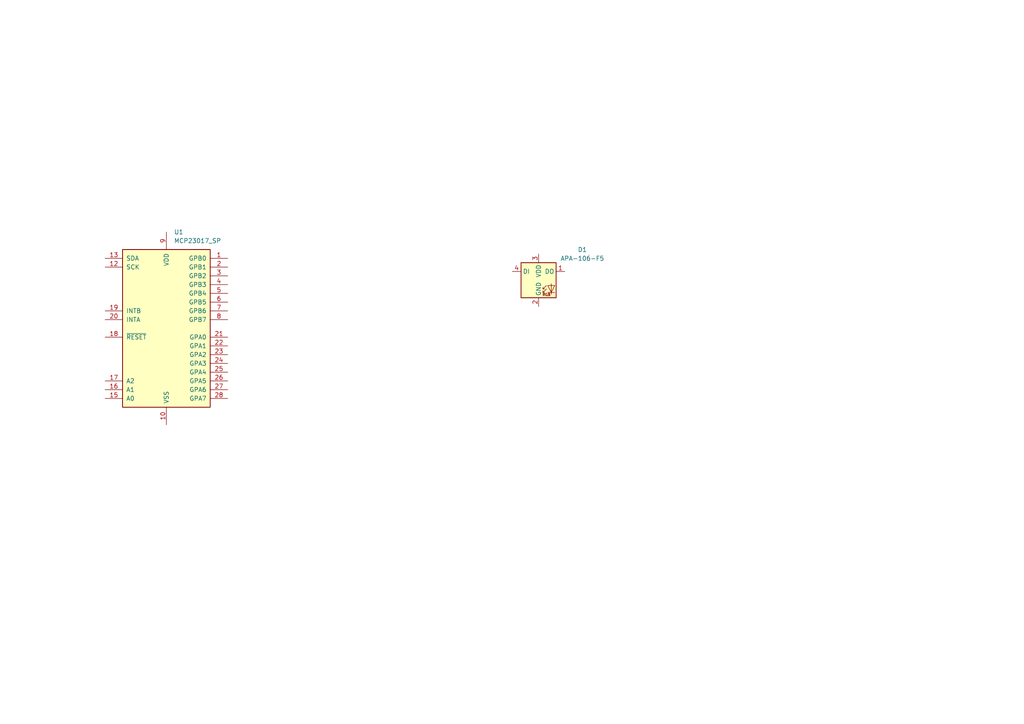
<source format=kicad_sch>
(kicad_sch (version 20231120) (generator "eeschema") (generator_version "8.0")
  (paper "A4")
  (lib_symbols
    (symbol "Interface_Expansion:MCP23017_SP" (pin_names (offset 1.016))
      (property "Reference" "U" (at -11.43 24.13 0))
      (property "Value" "MCP23017_SP" (at 0 0 0))
      (symbol "MCP23017_SP_0_1"
        (rectangle (start -12.7 22.86) (end 12.7 -22.86) (stroke (width 0.254)) (fill (type background)))
      )
      (symbol "MCP23017_SP_1_1"
        (pin bidirectional line (at 17.78 20.32 180) (length 5.08) (name "GPB0") (number "1"))
        (pin power_in line (at 0 -27.94 90) (length 5.08) (name "VSS") (number "10"))
        (pin no_connect line (at -12.7 15.24 0) (length 5.08) hide (name "NC") (number "11"))
        (pin input line (at -17.78 17.78 0) (length 5.08) (name "SCK") (number "12"))
        (pin bidirectional line (at -17.78 20.32 0) (length 5.08) (name "SDA") (number "13"))
        (pin no_connect line (at -12.7 12.7 0) (length 5.08) hide (name "NC") (number "14"))
        (pin input line (at -17.78 -20.32 0) (length 5.08) (name "A0") (number "15"))
        (pin input line (at -17.78 -17.78 0) (length 5.08) (name "A1") (number "16"))
        (pin input line (at -17.78 -15.24 0) (length 5.08) (name "A2") (number "17"))
        (pin input line (at -17.78 -2.54 0) (length 5.08) (name "~{RESET}") (number "18"))
        (pin tri_state line (at -17.78 5.08 0) (length 5.08) (name "INTB") (number "19"))
        (pin bidirectional line (at 17.78 17.78 180) (length 5.08) (name "GPB1") (number "2"))
        (pin tri_state line (at -17.78 2.54 0) (length 5.08) (name "INTA") (number "20"))
        (pin bidirectional line (at 17.78 -2.54 180) (length 5.08) (name "GPA0") (number "21"))
        (pin bidirectional line (at 17.78 -5.08 180) (length 5.08) (name "GPA1") (number "22"))
        (pin bidirectional line (at 17.78 -7.62 180) (length 5.08) (name "GPA2") (number "23"))
        (pin bidirectional line (at 17.78 -10.16 180) (length 5.08) (name "GPA3") (number "24"))
        (pin bidirectional line (at 17.78 -12.7 180) (length 5.08) (name "GPA4") (number "25"))
        (pin bidirectional line (at 17.78 -15.24 180) (length 5.08) (name "GPA5") (number "26"))
        (pin bidirectional line (at 17.78 -17.78 180) (length 5.08) (name "GPA6") (number "27"))
        (pin bidirectional line (at 17.78 -20.32 180) (length 5.08) (name "GPA7") (number "28"))
        (pin bidirectional line (at 17.78 15.24 180) (length 5.08) (name "GPB2") (number "3"))
        (pin bidirectional line (at 17.78 12.7 180) (length 5.08) (name "GPB3") (number "4"))
        (pin bidirectional line (at 17.78 10.16 180) (length 5.08) (name "GPB4") (number "5"))
        (pin bidirectional line (at 17.78 7.62 180) (length 5.08) (name "GPB5") (number "6"))
        (pin bidirectional line (at 17.78 5.08 180) (length 5.08) (name "GPB6") (number "7"))
        (pin bidirectional line (at 17.78 2.54 180) (length 5.08) (name "GPB7") (number "8"))
        (pin power_in line (at 0 27.94 270) (length 5.08) (name "VDD") (number "9"))
      )
    )
    (symbol "LED:APA-106-F5"
      (property "Reference" "D" (at 5.08 5.715 0))
      (property "Value" "APA-106-F5" (at 1.27 -5.715 0))
      (symbol "APA-106-F5_0_0"
        (text "RGB" (at 2.286 -4.191 0) (effects (font (size 0.762 0.762))))
      )
      (symbol "APA-106-F5_0_1"
        (polyline (pts (xy 1.27 -3.556) (xy 1.778 -3.556)))
        (polyline (pts (xy 1.27 -2.54) (xy 1.778 -2.54)))
        (polyline (pts (xy 4.699 -3.556) (xy 2.667 -3.556)))
        (polyline (pts (xy 2.286 -2.54) (xy 1.27 -3.556) (xy 1.27 -3.048)))
        (polyline (pts (xy 2.286 -1.524) (xy 1.27 -2.54) (xy 1.27 -2.032)))
        (polyline (pts (xy 3.683 -1.016) (xy 3.683 -3.556) (xy 3.683 -4.064)))
        (polyline (pts (xy 4.699 -1.524) (xy 2.667 -1.524) (xy 3.683 -3.556) (xy 4.699 -1.524)))
        (rectangle (start 5.08 5.08) (end -5.08 -5.08) (stroke (width 0.254)) (fill (type background)))
      )
      (symbol "APA-106-F5_1_1"
        (pin output line (at 7.62 2.54 180) (length 2.54) (name "DO") (number "1"))
        (pin power_in line (at 0 -7.62 90) (length 2.54) (name "GND") (number "2"))
        (pin power_in line (at 0 7.62 270) (length 2.54) (name "VDD") (number "3"))
        (pin input line (at -7.62 2.54 0) (length 2.54) (name "DI") (number "4"))
      )
    )
  )
  (symbol (lib_id "Interface_Expansion:MCP23017_SP") (at 48.26 95.25 0) (unit 1)
    (property "Reference" "U1" (at 50.4541 67.31 0) (effects (justify left)))
    (property "Value" "MCP23017_SP" (at 50.4541 69.85 0) (effects (justify left)))
    (property "Footprint" "Package_DIP:DIP-28_W7.62mm" (effects (hide yes)))
    (property "Datasheet" "http://ww1.microchip.com/downloads/en/DeviceDoc/20001952C.pdf" (effects (hide yes)))
    (property "Description" "16-bit I/O expander, I2C, interrupts, w pull-ups, SPDIP-28" (effects (hide yes)))
  )
  (symbol (lib_id "LED:APA-106-F5") (at 156.21 81.28 0) (unit 1)
    (property "Reference" "D1" (at 168.91 72.4214 0))
    (property "Value" "APA-106-F5" (at 168.91 74.9614 0))
    (property "Footprint" "LED_THT:LED_D5.0mm-4_RGB" (effects (hide yes)))
    (property "Datasheet" "https://cdn.sparkfun.com/datasheets/Components/LED/COM-12877.pdf" (effects (hide yes)))
    (property "Description" "RGB LED with integrated controller, 5mm Package" (effects (hide yes)))
  )
)
</source>
